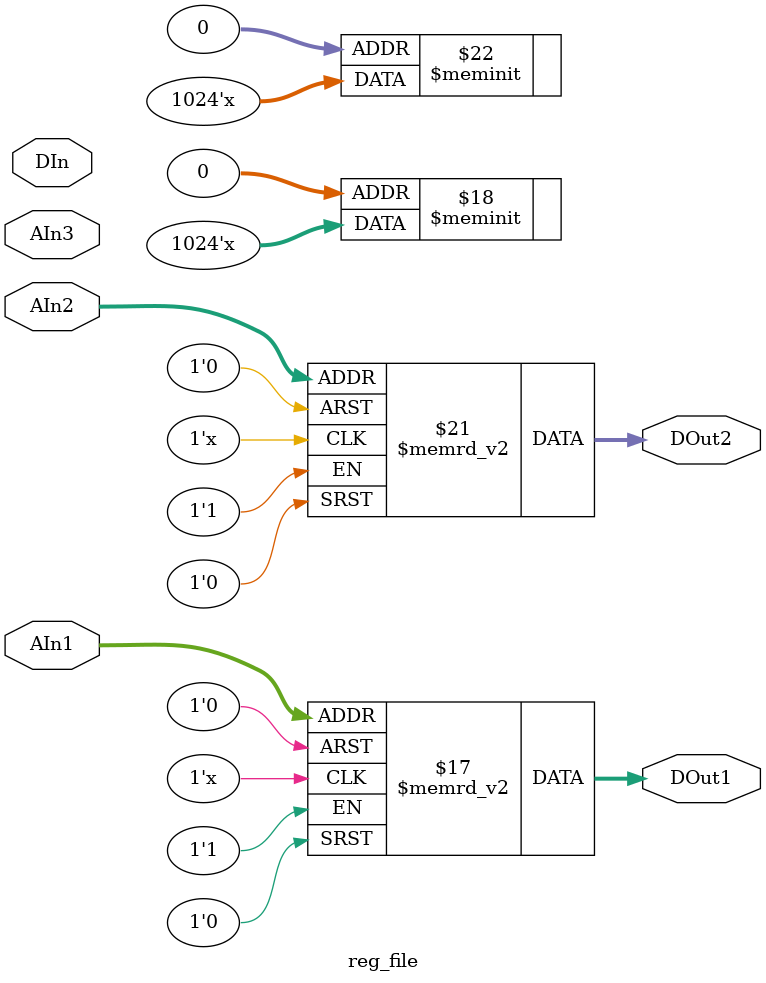
<source format=v>
`timescale 1ns / 1ps


module reg_file(
    output reg[31:0] DOut1,
    output reg[31:0] DOut2,
    input [4:0] AIn1,
    input [4:0] AIn2,
    input [4:0] AIn3,
    input [31:0] DIn
    );
    reg [31:0] rf [31:0];
    always@(*)
    begin
        DOut1 <= rf[AIn1];
        DOut2 <= rf[AIn2];
        rf[AIn3] <= (AIn3) ? DIn : 0; //to handle rf[0] is always 0
    end
endmodule

</source>
